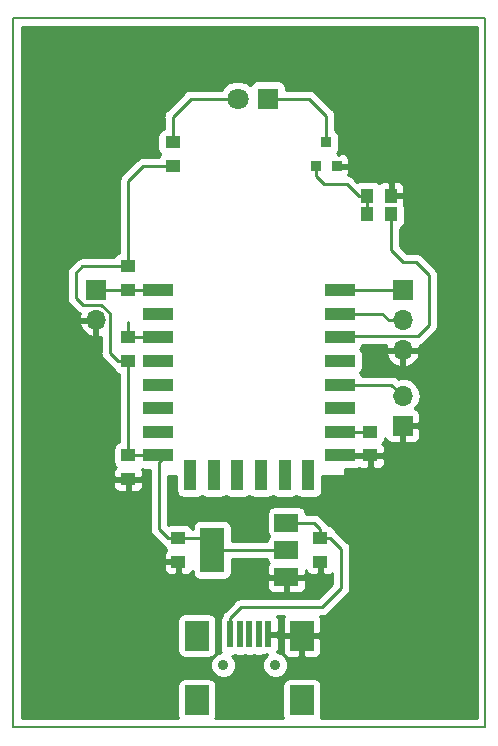
<source format=gbr>
G04 #@! TF.GenerationSoftware,KiCad,Pcbnew,(5.0.0)*
G04 #@! TF.CreationDate,2020-11-05T20:38:02+01:00*
G04 #@! TF.ProjectId,WiFiRemote,5769466952656D6F74652E6B69636164,rev?*
G04 #@! TF.SameCoordinates,Original*
G04 #@! TF.FileFunction,Copper,L1,Top,Signal*
G04 #@! TF.FilePolarity,Positive*
%FSLAX46Y46*%
G04 Gerber Fmt 4.6, Leading zero omitted, Abs format (unit mm)*
G04 Created by KiCad (PCBNEW (5.0.0)) date 11/05/20 20:38:02*
%MOMM*%
%LPD*%
G01*
G04 APERTURE LIST*
G04 #@! TA.AperFunction,NonConductor*
%ADD10C,0.200000*%
G04 #@! TD*
G04 #@! TA.AperFunction,SMDPad,CuDef*
%ADD11R,2.500000X1.100000*%
G04 #@! TD*
G04 #@! TA.AperFunction,SMDPad,CuDef*
%ADD12R,1.100000X2.500000*%
G04 #@! TD*
G04 #@! TA.AperFunction,SMDPad,CuDef*
%ADD13R,1.249680X1.000760*%
G04 #@! TD*
G04 #@! TA.AperFunction,SMDPad,CuDef*
%ADD14R,1.000760X1.249680*%
G04 #@! TD*
G04 #@! TA.AperFunction,SMDPad,CuDef*
%ADD15R,2.000000X3.800000*%
G04 #@! TD*
G04 #@! TA.AperFunction,SMDPad,CuDef*
%ADD16R,2.000000X1.500000*%
G04 #@! TD*
G04 #@! TA.AperFunction,ComponentPad*
%ADD17R,1.800000X1.800000*%
G04 #@! TD*
G04 #@! TA.AperFunction,ComponentPad*
%ADD18C,1.800000*%
G04 #@! TD*
G04 #@! TA.AperFunction,SMDPad,CuDef*
%ADD19R,1.998980X2.499360*%
G04 #@! TD*
G04 #@! TA.AperFunction,ComponentPad*
%ADD20C,0.909320*%
G04 #@! TD*
G04 #@! TA.AperFunction,SMDPad,CuDef*
%ADD21R,0.500380X2.301240*%
G04 #@! TD*
G04 #@! TA.AperFunction,ComponentPad*
%ADD22R,1.700000X1.700000*%
G04 #@! TD*
G04 #@! TA.AperFunction,ComponentPad*
%ADD23O,1.700000X1.700000*%
G04 #@! TD*
G04 #@! TA.AperFunction,SMDPad,CuDef*
%ADD24R,0.914400X0.914400*%
G04 #@! TD*
G04 #@! TA.AperFunction,Conductor*
%ADD25C,0.250000*%
G04 #@! TD*
G04 #@! TA.AperFunction,Conductor*
%ADD26C,0.254000*%
G04 #@! TD*
G04 APERTURE END LIST*
D10*
X65000000Y-30000000D02*
X25000000Y-30000000D01*
X65000000Y-90000000D02*
X65000000Y-30000000D01*
X25000000Y-90000000D02*
X65000000Y-90000000D01*
X25000000Y-30000000D02*
X25000000Y-90000000D01*
D11*
G04 #@! TO.P,U2,1*
G04 #@! TO.N,Net-(JP2-Pad1)*
X37300000Y-53000000D03*
G04 #@! TO.P,U2,2*
G04 #@! TO.N,Net-(U2-Pad2)*
X37300000Y-55000000D03*
G04 #@! TO.P,U2,3*
G04 #@! TO.N,Net-(R3-Pad2)*
X37300000Y-57000000D03*
G04 #@! TO.P,U2,4*
G04 #@! TO.N,Net-(U2-Pad4)*
X37300000Y-59000000D03*
G04 #@! TO.P,U2,5*
G04 #@! TO.N,Net-(U2-Pad5)*
X37300000Y-61000000D03*
G04 #@! TO.P,U2,6*
G04 #@! TO.N,Net-(U2-Pad6)*
X37300000Y-63000000D03*
G04 #@! TO.P,U2,7*
G04 #@! TO.N,Net-(U2-Pad7)*
X37300000Y-65000000D03*
G04 #@! TO.P,U2,8*
G04 #@! TO.N,+3V3*
X37300000Y-67000000D03*
G04 #@! TO.P,U2,9*
G04 #@! TO.N,GNDD*
X52700000Y-67000000D03*
G04 #@! TO.P,U2,10*
G04 #@! TO.N,Net-(R5-Pad1)*
X52700000Y-65000000D03*
G04 #@! TO.P,U2,11*
G04 #@! TO.N,Net-(U2-Pad11)*
X52700000Y-63000000D03*
G04 #@! TO.P,U2,12*
G04 #@! TO.N,Net-(JP1-Pad2)*
X52700000Y-61000000D03*
G04 #@! TO.P,U2,13*
G04 #@! TO.N,Net-(U2-Pad13)*
X52700000Y-59000000D03*
G04 #@! TO.P,U2,14*
G04 #@! TO.N,Net-(R4-Pad2)*
X52700000Y-57000000D03*
G04 #@! TO.P,U2,15*
G04 #@! TO.N,Net-(J1-Pad2)*
X52700000Y-55000000D03*
G04 #@! TO.P,U2,16*
G04 #@! TO.N,Net-(J1-Pad1)*
X52700000Y-53000000D03*
D12*
G04 #@! TO.P,U2,17*
G04 #@! TO.N,Net-(U2-Pad17)*
X39990000Y-68700000D03*
G04 #@! TO.P,U2,18*
G04 #@! TO.N,Net-(U2-Pad18)*
X41990000Y-68700000D03*
G04 #@! TO.P,U2,19*
G04 #@! TO.N,Net-(U2-Pad19)*
X43990000Y-68700000D03*
G04 #@! TO.P,U2,20*
G04 #@! TO.N,Net-(U2-Pad20)*
X45990000Y-68700000D03*
G04 #@! TO.P,U2,21*
G04 #@! TO.N,Net-(U2-Pad21)*
X47990000Y-68700000D03*
G04 #@! TO.P,U2,22*
G04 #@! TO.N,Net-(U2-Pad22)*
X49990000Y-68700000D03*
G04 #@! TD*
D13*
G04 #@! TO.P,C1,2*
G04 #@! TO.N,GNDD*
X51000000Y-76000760D03*
G04 #@! TO.P,C1,1*
G04 #@! TO.N,+5V*
X51000000Y-73999240D03*
G04 #@! TD*
G04 #@! TO.P,C2,1*
G04 #@! TO.N,+3V3*
X39000000Y-73999240D03*
G04 #@! TO.P,C2,2*
G04 #@! TO.N,GNDD*
X39000000Y-76000760D03*
G04 #@! TD*
G04 #@! TO.P,C3,2*
G04 #@! TO.N,GNDD*
X34750000Y-69000760D03*
G04 #@! TO.P,C3,1*
G04 #@! TO.N,+3V3*
X34750000Y-66999240D03*
G04 #@! TD*
G04 #@! TO.P,R1,1*
G04 #@! TO.N,+3V3*
X38500000Y-42500760D03*
G04 #@! TO.P,R1,2*
G04 #@! TO.N,Net-(D1-Pad2)*
X38500000Y-40499240D03*
G04 #@! TD*
G04 #@! TO.P,R2,1*
G04 #@! TO.N,+3V3*
X34750000Y-50999240D03*
G04 #@! TO.P,R2,2*
G04 #@! TO.N,Net-(JP2-Pad1)*
X34750000Y-53000760D03*
G04 #@! TD*
G04 #@! TO.P,R3,2*
G04 #@! TO.N,Net-(R3-Pad2)*
X34750000Y-56999240D03*
G04 #@! TO.P,R3,1*
G04 #@! TO.N,+3V3*
X34750000Y-59000760D03*
G04 #@! TD*
D14*
G04 #@! TO.P,R4,2*
G04 #@! TO.N,Net-(R4-Pad2)*
X57000760Y-46600000D03*
G04 #@! TO.P,R4,1*
G04 #@! TO.N,Net-(Q1-Pad1)*
X54999240Y-46600000D03*
G04 #@! TD*
D13*
G04 #@! TO.P,R5,1*
G04 #@! TO.N,Net-(R5-Pad1)*
X55250000Y-64999240D03*
G04 #@! TO.P,R5,2*
G04 #@! TO.N,GNDD*
X55250000Y-67000760D03*
G04 #@! TD*
D14*
G04 #@! TO.P,R6,1*
G04 #@! TO.N,Net-(Q1-Pad1)*
X54999240Y-45000000D03*
G04 #@! TO.P,R6,2*
G04 #@! TO.N,GNDD*
X57000760Y-45000000D03*
G04 #@! TD*
D15*
G04 #@! TO.P,U1,2*
G04 #@! TO.N,+3V3*
X41850000Y-75000000D03*
D16*
X48150000Y-75000000D03*
G04 #@! TO.P,U1,3*
G04 #@! TO.N,+5V*
X48150000Y-72700000D03*
G04 #@! TO.P,U1,1*
G04 #@! TO.N,GNDD*
X48150000Y-77300000D03*
G04 #@! TD*
D17*
G04 #@! TO.P,D1,1*
G04 #@! TO.N,Net-(D1-Pad1)*
X46558200Y-36804600D03*
D18*
G04 #@! TO.P,D1,2*
G04 #@! TO.N,Net-(D1-Pad2)*
X44018200Y-36804600D03*
G04 #@! TD*
D19*
G04 #@! TO.P,J2,*
G04 #@! TO.N,*
X40549920Y-87749560D03*
X40549920Y-82250460D03*
G04 #@! TO.P,J2,6*
G04 #@! TO.N,GNDD*
X49450080Y-82250460D03*
G04 #@! TO.P,J2,*
G04 #@! TO.N,*
X49450080Y-87749560D03*
D20*
X42800360Y-84749820D03*
X47199640Y-84749820D03*
D21*
G04 #@! TO.P,J2,5*
G04 #@! TO.N,GNDD*
X46600200Y-82148860D03*
G04 #@! TO.P,J2,4*
G04 #@! TO.N,Net-(J2-Pad4)*
X45800100Y-82148860D03*
G04 #@! TO.P,J2,3*
G04 #@! TO.N,Net-(J2-Pad3)*
X45000000Y-82148860D03*
G04 #@! TO.P,J2,2*
G04 #@! TO.N,Net-(J2-Pad2)*
X44199900Y-82148860D03*
G04 #@! TO.P,J2,1*
G04 #@! TO.N,+5V*
X43399800Y-82148860D03*
G04 #@! TD*
D22*
G04 #@! TO.P,JP2,1*
G04 #@! TO.N,Net-(JP2-Pad1)*
X32000000Y-53000000D03*
D23*
G04 #@! TO.P,JP2,2*
G04 #@! TO.N,GNDD*
X32000000Y-55540000D03*
G04 #@! TD*
D22*
G04 #@! TO.P,JP1,1*
G04 #@! TO.N,GNDD*
X58000000Y-64500000D03*
D23*
G04 #@! TO.P,JP1,2*
G04 #@! TO.N,Net-(JP1-Pad2)*
X58000000Y-61960000D03*
G04 #@! TD*
D22*
G04 #@! TO.P,J1,1*
G04 #@! TO.N,Net-(J1-Pad1)*
X58000000Y-53000000D03*
D23*
G04 #@! TO.P,J1,2*
G04 #@! TO.N,Net-(J1-Pad2)*
X58000000Y-55540000D03*
G04 #@! TO.P,J1,3*
G04 #@! TO.N,GNDD*
X58000000Y-58080000D03*
G04 #@! TD*
D24*
G04 #@! TO.P,Q1,3*
G04 #@! TO.N,Net-(D1-Pad1)*
X51500000Y-40499240D03*
G04 #@! TO.P,Q1,2*
G04 #@! TO.N,GNDD*
X52389000Y-42516000D03*
G04 #@! TO.P,Q1,1*
G04 #@! TO.N,Net-(Q1-Pad1)*
X50611000Y-42516000D03*
G04 #@! TD*
D25*
G04 #@! TO.N,+5V*
X51000000Y-73248860D02*
X51000000Y-73999240D01*
X50451140Y-72700000D02*
X51000000Y-73248860D01*
X48150000Y-72700000D02*
X50451140Y-72700000D01*
X51874840Y-73999240D02*
X52793900Y-74918300D01*
X51000000Y-73999240D02*
X51874840Y-73999240D01*
X52793900Y-74918300D02*
X52793900Y-78193900D01*
X52793900Y-78193900D02*
X51117500Y-79870300D01*
X43399800Y-80748240D02*
X43399800Y-82148860D01*
X44277740Y-79870300D02*
X43399800Y-80748240D01*
X51117500Y-79870300D02*
X44277740Y-79870300D01*
G04 #@! TO.N,+3V3*
X46900000Y-75000000D02*
X41850000Y-75000000D01*
X48150000Y-75000000D02*
X46900000Y-75000000D01*
X40849240Y-73999240D02*
X41850000Y-75000000D01*
X39000000Y-73999240D02*
X40849240Y-73999240D01*
X37325300Y-73199380D02*
X37325300Y-72491600D01*
X38125160Y-73999240D02*
X37325300Y-73199380D01*
X39000000Y-73999240D02*
X38125160Y-73999240D01*
X37325300Y-73088500D02*
X37325300Y-72491600D01*
X37325300Y-72491600D02*
X37325300Y-67640200D01*
X34750000Y-50999240D02*
X34750000Y-43774100D01*
X36023340Y-42500760D02*
X38500000Y-42500760D01*
X34750000Y-43774100D02*
X36023340Y-42500760D01*
X37999240Y-66999240D02*
X34750000Y-66999240D01*
X38000000Y-67000000D02*
X37999240Y-66999240D01*
X37965500Y-67000000D02*
X38000000Y-67000000D01*
X37325300Y-67640200D02*
X37965500Y-67000000D01*
X34750000Y-59751140D02*
X34750000Y-66999240D01*
X34750000Y-59000760D02*
X34750000Y-59751140D01*
G04 #@! TO.N,Net-(J1-Pad1)*
X52000000Y-53000000D02*
X58000000Y-53000000D01*
G04 #@! TO.N,Net-(J1-Pad2)*
X56257919Y-55000000D02*
X52000000Y-55000000D01*
X56797919Y-55540000D02*
X56257919Y-55000000D01*
X58000000Y-55540000D02*
X56797919Y-55540000D01*
G04 #@! TO.N,Net-(JP1-Pad2)*
X57040000Y-61000000D02*
X58000000Y-61960000D01*
X52000000Y-61000000D02*
X57040000Y-61000000D01*
G04 #@! TO.N,GNDD*
X52450000Y-42500000D02*
X55682600Y-42500000D01*
X57000760Y-43818160D02*
X57000760Y-45000000D01*
X55682600Y-42500000D02*
X57000760Y-43818160D01*
X52000760Y-67000760D02*
X55250000Y-67000760D01*
X52000000Y-67000000D02*
X52000760Y-67000760D01*
G04 #@! TO.N,+3V3*
X33175001Y-54975999D02*
X32440702Y-54241700D01*
X33175001Y-58300601D02*
X33175001Y-54975999D01*
X34750000Y-59000760D02*
X33875160Y-59000760D01*
X33875160Y-59000760D02*
X33175001Y-58300601D01*
X32440702Y-54241700D02*
X30899100Y-54241700D01*
X30899100Y-54241700D02*
X30314900Y-53657500D01*
X30314900Y-53657500D02*
X30314900Y-51562000D01*
X30877660Y-50999240D02*
X34750000Y-50999240D01*
X30314900Y-51562000D02*
X30877660Y-50999240D01*
G04 #@! TO.N,Net-(D1-Pad1)*
X46558200Y-36804600D02*
X50050700Y-36804600D01*
X51500000Y-38253900D02*
X51500000Y-40500000D01*
X50050700Y-36804600D02*
X51500000Y-38253900D01*
G04 #@! TO.N,Net-(D1-Pad2)*
X44018200Y-36804600D02*
X40043100Y-36804600D01*
X38500000Y-38347700D02*
X38500000Y-40499240D01*
X40043100Y-36804600D02*
X38500000Y-38347700D01*
G04 #@! TO.N,Net-(R3-Pad2)*
X37987160Y-57012840D02*
X34747200Y-57012840D01*
X38000000Y-57000000D02*
X37987160Y-57012840D01*
X34750000Y-56999240D02*
X34750000Y-55705000D01*
G04 #@! TO.N,Net-(R4-Pad2)*
X59274601Y-56904999D02*
X60210700Y-55968900D01*
X52000000Y-57000000D02*
X52095001Y-56904999D01*
X52095001Y-56904999D02*
X59274601Y-56904999D01*
X60210700Y-55968900D02*
X60210700Y-51727100D01*
X60210700Y-51727100D02*
X59118500Y-50634900D01*
X57000760Y-49583960D02*
X58051700Y-50634900D01*
X57000760Y-46600000D02*
X57000760Y-49583960D01*
X59118500Y-50634900D02*
X58051700Y-50634900D01*
G04 #@! TO.N,Net-(R5-Pad1)*
X52000760Y-64999240D02*
X55250000Y-64999240D01*
X52000000Y-65000000D02*
X52000760Y-64999240D01*
G04 #@! TO.N,Net-(JP2-Pad1)*
X34749240Y-53000000D02*
X34750000Y-53000760D01*
X32000000Y-53000000D02*
X34749240Y-53000000D01*
X37999240Y-53000760D02*
X34750000Y-53000760D01*
X38000000Y-53000000D02*
X37999240Y-53000760D01*
G04 #@! TO.N,Net-(Q1-Pad1)*
X54248860Y-45000000D02*
X53305160Y-44056300D01*
X54999240Y-45000000D02*
X54248860Y-45000000D01*
X53305160Y-44056300D02*
X51346100Y-44056300D01*
X50611000Y-43321200D02*
X50611000Y-42516000D01*
X51346100Y-44056300D02*
X50611000Y-43321200D01*
X54999240Y-45000000D02*
X54999240Y-46600000D01*
G04 #@! TD*
D26*
G04 #@! TO.N,GNDD*
G36*
X64265000Y-89265000D02*
X51035703Y-89265000D01*
X51047727Y-89247005D01*
X51097010Y-88999240D01*
X51097010Y-86499880D01*
X51047727Y-86252115D01*
X50907379Y-86042071D01*
X50697335Y-85901723D01*
X50449570Y-85852440D01*
X48450590Y-85852440D01*
X48202825Y-85901723D01*
X47992781Y-86042071D01*
X47852433Y-86252115D01*
X47803150Y-86499880D01*
X47803150Y-88999240D01*
X47852433Y-89247005D01*
X47864457Y-89265000D01*
X42135543Y-89265000D01*
X42147567Y-89247005D01*
X42196850Y-88999240D01*
X42196850Y-86499880D01*
X42147567Y-86252115D01*
X42007219Y-86042071D01*
X41797175Y-85901723D01*
X41549410Y-85852440D01*
X39550430Y-85852440D01*
X39302665Y-85901723D01*
X39092621Y-86042071D01*
X38952273Y-86252115D01*
X38902990Y-86499880D01*
X38902990Y-88999240D01*
X38952273Y-89247005D01*
X38964297Y-89265000D01*
X25735000Y-89265000D01*
X25735000Y-81000780D01*
X38902990Y-81000780D01*
X38902990Y-83500140D01*
X38952273Y-83747905D01*
X39092621Y-83957949D01*
X39302665Y-84098297D01*
X39550430Y-84147580D01*
X41549410Y-84147580D01*
X41797175Y-84098297D01*
X42007219Y-83957949D01*
X42147567Y-83747905D01*
X42196850Y-83500140D01*
X42196850Y-81000780D01*
X42147567Y-80753015D01*
X42007219Y-80542971D01*
X41797175Y-80402623D01*
X41549410Y-80353340D01*
X39550430Y-80353340D01*
X39302665Y-80402623D01*
X39092621Y-80542971D01*
X38952273Y-80753015D01*
X38902990Y-81000780D01*
X25735000Y-81000780D01*
X25735000Y-77585750D01*
X46515000Y-77585750D01*
X46515000Y-78176310D01*
X46611673Y-78409699D01*
X46790302Y-78588327D01*
X47023691Y-78685000D01*
X47864250Y-78685000D01*
X48023000Y-78526250D01*
X48023000Y-77427000D01*
X48277000Y-77427000D01*
X48277000Y-78526250D01*
X48435750Y-78685000D01*
X49276309Y-78685000D01*
X49509698Y-78588327D01*
X49688327Y-78409699D01*
X49785000Y-78176310D01*
X49785000Y-77585750D01*
X49626250Y-77427000D01*
X48277000Y-77427000D01*
X48023000Y-77427000D01*
X46673750Y-77427000D01*
X46515000Y-77585750D01*
X25735000Y-77585750D01*
X25735000Y-76286510D01*
X37740160Y-76286510D01*
X37740160Y-76627449D01*
X37836833Y-76860838D01*
X38015461Y-77039467D01*
X38248850Y-77136140D01*
X38714250Y-77136140D01*
X38873000Y-76977390D01*
X38873000Y-76127760D01*
X37898910Y-76127760D01*
X37740160Y-76286510D01*
X25735000Y-76286510D01*
X25735000Y-69286510D01*
X33490160Y-69286510D01*
X33490160Y-69627449D01*
X33586833Y-69860838D01*
X33765461Y-70039467D01*
X33998850Y-70136140D01*
X34464250Y-70136140D01*
X34623000Y-69977390D01*
X34623000Y-69127760D01*
X34877000Y-69127760D01*
X34877000Y-69977390D01*
X35035750Y-70136140D01*
X35501150Y-70136140D01*
X35734539Y-70039467D01*
X35913167Y-69860838D01*
X36009840Y-69627449D01*
X36009840Y-69286510D01*
X35851090Y-69127760D01*
X34877000Y-69127760D01*
X34623000Y-69127760D01*
X33648910Y-69127760D01*
X33490160Y-69286510D01*
X25735000Y-69286510D01*
X25735000Y-55896892D01*
X30558514Y-55896892D01*
X30804817Y-56421358D01*
X31233076Y-56811645D01*
X31643110Y-56981476D01*
X31873000Y-56860155D01*
X31873000Y-55667000D01*
X30679181Y-55667000D01*
X30558514Y-55896892D01*
X25735000Y-55896892D01*
X25735000Y-51562000D01*
X29540012Y-51562000D01*
X29554901Y-51636852D01*
X29554900Y-53582653D01*
X29540012Y-53657500D01*
X29554900Y-53732347D01*
X29554900Y-53732351D01*
X29598996Y-53954036D01*
X29766971Y-54205429D01*
X29830430Y-54247831D01*
X30308770Y-54726172D01*
X30351171Y-54789629D01*
X30602563Y-54957604D01*
X30659132Y-54968856D01*
X30558514Y-55183108D01*
X30679181Y-55413000D01*
X31873000Y-55413000D01*
X31873000Y-55393000D01*
X32127000Y-55393000D01*
X32127000Y-55413000D01*
X32147000Y-55413000D01*
X32147000Y-55667000D01*
X32127000Y-55667000D01*
X32127000Y-56860155D01*
X32356890Y-56981476D01*
X32415001Y-56957407D01*
X32415001Y-58225754D01*
X32400113Y-58300601D01*
X32415001Y-58375448D01*
X32415001Y-58375452D01*
X32459097Y-58597137D01*
X32627072Y-58848530D01*
X32690530Y-58890931D01*
X33284832Y-59485235D01*
X33327231Y-59548689D01*
X33390684Y-59591087D01*
X33390686Y-59591089D01*
X33511695Y-59671944D01*
X33527003Y-59748905D01*
X33667351Y-59958949D01*
X33877395Y-60099297D01*
X33990000Y-60121695D01*
X33990001Y-65878305D01*
X33877395Y-65900703D01*
X33667351Y-66041051D01*
X33527003Y-66251095D01*
X33477720Y-66498860D01*
X33477720Y-67499620D01*
X33527003Y-67747385D01*
X33667351Y-67957429D01*
X33728935Y-67998579D01*
X33586833Y-68140682D01*
X33490160Y-68374071D01*
X33490160Y-68715010D01*
X33648910Y-68873760D01*
X34623000Y-68873760D01*
X34623000Y-68853760D01*
X34877000Y-68853760D01*
X34877000Y-68873760D01*
X35851090Y-68873760D01*
X36009840Y-68715010D01*
X36009840Y-68374071D01*
X35926502Y-68172875D01*
X36050000Y-68197440D01*
X36565301Y-68197440D01*
X36565300Y-72416748D01*
X36565300Y-73124533D01*
X36550412Y-73199380D01*
X36565300Y-73274227D01*
X36565300Y-73274231D01*
X36609396Y-73495916D01*
X36777371Y-73747309D01*
X36840830Y-73789711D01*
X37534830Y-74483712D01*
X37577231Y-74547169D01*
X37761695Y-74670424D01*
X37777003Y-74747385D01*
X37917351Y-74957429D01*
X37978935Y-74998579D01*
X37836833Y-75140682D01*
X37740160Y-75374071D01*
X37740160Y-75715010D01*
X37898910Y-75873760D01*
X38873000Y-75873760D01*
X38873000Y-75853760D01*
X39127000Y-75853760D01*
X39127000Y-75873760D01*
X39147000Y-75873760D01*
X39147000Y-76127760D01*
X39127000Y-76127760D01*
X39127000Y-76977390D01*
X39285750Y-77136140D01*
X39751150Y-77136140D01*
X39984539Y-77039467D01*
X40163167Y-76860838D01*
X40202560Y-76765735D01*
X40202560Y-76900000D01*
X40251843Y-77147765D01*
X40392191Y-77357809D01*
X40602235Y-77498157D01*
X40850000Y-77547440D01*
X42850000Y-77547440D01*
X43097765Y-77498157D01*
X43307809Y-77357809D01*
X43448157Y-77147765D01*
X43497440Y-76900000D01*
X43497440Y-75760000D01*
X46504549Y-75760000D01*
X46551843Y-75997765D01*
X46652927Y-76149047D01*
X46611673Y-76190301D01*
X46515000Y-76423690D01*
X46515000Y-77014250D01*
X46673750Y-77173000D01*
X48023000Y-77173000D01*
X48023000Y-77153000D01*
X48277000Y-77153000D01*
X48277000Y-77173000D01*
X49626250Y-77173000D01*
X49785000Y-77014250D01*
X49785000Y-76735702D01*
X49836833Y-76860838D01*
X50015461Y-77039467D01*
X50248850Y-77136140D01*
X50714250Y-77136140D01*
X50873000Y-76977390D01*
X50873000Y-76127760D01*
X50853000Y-76127760D01*
X50853000Y-75873760D01*
X50873000Y-75873760D01*
X50873000Y-75853760D01*
X51127000Y-75853760D01*
X51127000Y-75873760D01*
X51147000Y-75873760D01*
X51147000Y-76127760D01*
X51127000Y-76127760D01*
X51127000Y-76977390D01*
X51285750Y-77136140D01*
X51751150Y-77136140D01*
X51984539Y-77039467D01*
X52033901Y-76990105D01*
X52033901Y-77879097D01*
X50802699Y-79110300D01*
X44352588Y-79110300D01*
X44277740Y-79095412D01*
X44202892Y-79110300D01*
X44202888Y-79110300D01*
X44029345Y-79144820D01*
X43981202Y-79154396D01*
X43794158Y-79279376D01*
X43729811Y-79322371D01*
X43687411Y-79385827D01*
X42915330Y-80157909D01*
X42851871Y-80200311D01*
X42683896Y-80451704D01*
X42655415Y-80594886D01*
X42551453Y-80750475D01*
X42502170Y-80998240D01*
X42502170Y-83299480D01*
X42551453Y-83547245D01*
X42626901Y-83660160D01*
X42583613Y-83660160D01*
X42183117Y-83826051D01*
X41876591Y-84132577D01*
X41710700Y-84533073D01*
X41710700Y-84966567D01*
X41876591Y-85367063D01*
X42183117Y-85673589D01*
X42583613Y-85839480D01*
X43017107Y-85839480D01*
X43417603Y-85673589D01*
X43724129Y-85367063D01*
X43890020Y-84966567D01*
X43890020Y-84533073D01*
X43724129Y-84132577D01*
X43538472Y-83946920D01*
X43649990Y-83946920D01*
X43799850Y-83917111D01*
X43949710Y-83946920D01*
X44450090Y-83946920D01*
X44599950Y-83917111D01*
X44749810Y-83946920D01*
X45250190Y-83946920D01*
X45400050Y-83917111D01*
X45549910Y-83946920D01*
X46050290Y-83946920D01*
X46187732Y-83919581D01*
X46223701Y-83934480D01*
X46316355Y-83934480D01*
X46464240Y-83786595D01*
X46473198Y-83780609D01*
X46473198Y-83934480D01*
X46473968Y-83934480D01*
X46275871Y-84132577D01*
X46109980Y-84533073D01*
X46109980Y-84966567D01*
X46275871Y-85367063D01*
X46582397Y-85673589D01*
X46982893Y-85839480D01*
X47416387Y-85839480D01*
X47816883Y-85673589D01*
X48123409Y-85367063D01*
X48289300Y-84966567D01*
X48289300Y-84533073D01*
X48123409Y-84132577D01*
X47816883Y-83826051D01*
X47416387Y-83660160D01*
X47387736Y-83660160D01*
X47388717Y-83659179D01*
X47485390Y-83425790D01*
X47485390Y-82536210D01*
X47815590Y-82536210D01*
X47815590Y-83626450D01*
X47912263Y-83859839D01*
X48090892Y-84038467D01*
X48324281Y-84135140D01*
X49164330Y-84135140D01*
X49323080Y-83976390D01*
X49323080Y-82377460D01*
X49577080Y-82377460D01*
X49577080Y-83976390D01*
X49735830Y-84135140D01*
X50575879Y-84135140D01*
X50809268Y-84038467D01*
X50987897Y-83859839D01*
X51084570Y-83626450D01*
X51084570Y-82536210D01*
X50925820Y-82377460D01*
X49577080Y-82377460D01*
X49323080Y-82377460D01*
X47974340Y-82377460D01*
X47815590Y-82536210D01*
X47485390Y-82536210D01*
X47485390Y-82434610D01*
X47326640Y-82275860D01*
X46725295Y-82275860D01*
X46725295Y-82295860D01*
X46697730Y-82295860D01*
X46697730Y-82001860D01*
X46725295Y-82001860D01*
X46725295Y-82021860D01*
X47326640Y-82021860D01*
X47485390Y-81863110D01*
X47485390Y-80871930D01*
X47388717Y-80638541D01*
X47380476Y-80630300D01*
X47923044Y-80630300D01*
X47912263Y-80641081D01*
X47815590Y-80874470D01*
X47815590Y-81964710D01*
X47974340Y-82123460D01*
X49323080Y-82123460D01*
X49323080Y-82103460D01*
X49577080Y-82103460D01*
X49577080Y-82123460D01*
X50925820Y-82123460D01*
X51084570Y-81964710D01*
X51084570Y-80874470D01*
X50987897Y-80641081D01*
X50977116Y-80630300D01*
X51042653Y-80630300D01*
X51117500Y-80645188D01*
X51192347Y-80630300D01*
X51192352Y-80630300D01*
X51414037Y-80586204D01*
X51665429Y-80418229D01*
X51707831Y-80354770D01*
X53278373Y-78784229D01*
X53341829Y-78741829D01*
X53509804Y-78490437D01*
X53553900Y-78268752D01*
X53553900Y-78268748D01*
X53568788Y-78193900D01*
X53553900Y-78119052D01*
X53553900Y-74993146D01*
X53568788Y-74918299D01*
X53553900Y-74843452D01*
X53553900Y-74843448D01*
X53509804Y-74621763D01*
X53341829Y-74370371D01*
X53278373Y-74327971D01*
X52465171Y-73514770D01*
X52422769Y-73451311D01*
X52238305Y-73328056D01*
X52222997Y-73251095D01*
X52082649Y-73041051D01*
X51872605Y-72900703D01*
X51652107Y-72856844D01*
X51547929Y-72700931D01*
X51484473Y-72658531D01*
X51041471Y-72215530D01*
X50999069Y-72152071D01*
X50747677Y-71984096D01*
X50525992Y-71940000D01*
X50525987Y-71940000D01*
X50451140Y-71925112D01*
X50376293Y-71940000D01*
X49795451Y-71940000D01*
X49748157Y-71702235D01*
X49607809Y-71492191D01*
X49397765Y-71351843D01*
X49150000Y-71302560D01*
X47150000Y-71302560D01*
X46902235Y-71351843D01*
X46692191Y-71492191D01*
X46551843Y-71702235D01*
X46502560Y-71950000D01*
X46502560Y-73450000D01*
X46551843Y-73697765D01*
X46653564Y-73850000D01*
X46551843Y-74002235D01*
X46504549Y-74240000D01*
X43497440Y-74240000D01*
X43497440Y-73100000D01*
X43448157Y-72852235D01*
X43307809Y-72642191D01*
X43097765Y-72501843D01*
X42850000Y-72452560D01*
X40850000Y-72452560D01*
X40602235Y-72501843D01*
X40392191Y-72642191D01*
X40251843Y-72852235D01*
X40202560Y-73100000D01*
X40202560Y-73220509D01*
X40082649Y-73041051D01*
X39872605Y-72900703D01*
X39624840Y-72851420D01*
X38375160Y-72851420D01*
X38127395Y-72900703D01*
X38111827Y-72911105D01*
X38085300Y-72884579D01*
X38085300Y-68709568D01*
X38792560Y-68711254D01*
X38792560Y-69950000D01*
X38841843Y-70197765D01*
X38982191Y-70407809D01*
X39192235Y-70548157D01*
X39440000Y-70597440D01*
X40540000Y-70597440D01*
X40787765Y-70548157D01*
X40990000Y-70413027D01*
X41192235Y-70548157D01*
X41440000Y-70597440D01*
X42540000Y-70597440D01*
X42787765Y-70548157D01*
X42990000Y-70413027D01*
X43192235Y-70548157D01*
X43440000Y-70597440D01*
X44540000Y-70597440D01*
X44787765Y-70548157D01*
X44990000Y-70413027D01*
X45192235Y-70548157D01*
X45440000Y-70597440D01*
X46540000Y-70597440D01*
X46787765Y-70548157D01*
X46990000Y-70413027D01*
X47192235Y-70548157D01*
X47440000Y-70597440D01*
X48540000Y-70597440D01*
X48787765Y-70548157D01*
X48990000Y-70413027D01*
X49192235Y-70548157D01*
X49440000Y-70597440D01*
X50540000Y-70597440D01*
X50787765Y-70548157D01*
X50997809Y-70407809D01*
X51138157Y-70197765D01*
X51187440Y-69950000D01*
X51187440Y-68740789D01*
X52996797Y-68745100D01*
X53045701Y-68735433D01*
X53086903Y-68707903D01*
X53114433Y-68666701D01*
X53124100Y-68618100D01*
X53124100Y-68185000D01*
X54076309Y-68185000D01*
X54309698Y-68088327D01*
X54331291Y-68066735D01*
X54498850Y-68136140D01*
X54964250Y-68136140D01*
X55123000Y-67977390D01*
X55123000Y-67127760D01*
X55377000Y-67127760D01*
X55377000Y-67977390D01*
X55535750Y-68136140D01*
X56001150Y-68136140D01*
X56234539Y-68039467D01*
X56413167Y-67860838D01*
X56509840Y-67627449D01*
X56509840Y-67286510D01*
X56351090Y-67127760D01*
X55377000Y-67127760D01*
X55123000Y-67127760D01*
X54427010Y-67127760D01*
X54426250Y-67127000D01*
X53124100Y-67127000D01*
X53124100Y-66873000D01*
X54148150Y-66873000D01*
X54148910Y-66873760D01*
X55123000Y-66873760D01*
X55123000Y-66853760D01*
X55377000Y-66853760D01*
X55377000Y-66873760D01*
X56351090Y-66873760D01*
X56509840Y-66715010D01*
X56509840Y-66374071D01*
X56413167Y-66140682D01*
X56271065Y-65998579D01*
X56332649Y-65957429D01*
X56472997Y-65747385D01*
X56522280Y-65499620D01*
X56522280Y-65493884D01*
X56611673Y-65709698D01*
X56790301Y-65888327D01*
X57023690Y-65985000D01*
X57714250Y-65985000D01*
X57873000Y-65826250D01*
X57873000Y-64627000D01*
X58127000Y-64627000D01*
X58127000Y-65826250D01*
X58285750Y-65985000D01*
X58976310Y-65985000D01*
X59209699Y-65888327D01*
X59388327Y-65709698D01*
X59485000Y-65476309D01*
X59485000Y-64785750D01*
X59326250Y-64627000D01*
X58127000Y-64627000D01*
X57873000Y-64627000D01*
X57853000Y-64627000D01*
X57853000Y-64373000D01*
X57873000Y-64373000D01*
X57873000Y-64353000D01*
X58127000Y-64353000D01*
X58127000Y-64373000D01*
X59326250Y-64373000D01*
X59485000Y-64214250D01*
X59485000Y-63523691D01*
X59388327Y-63290302D01*
X59209699Y-63111673D01*
X59048968Y-63045096D01*
X59070625Y-63030625D01*
X59398839Y-62539418D01*
X59514092Y-61960000D01*
X59398839Y-61380582D01*
X59070625Y-60889375D01*
X58579418Y-60561161D01*
X58146256Y-60475000D01*
X57853744Y-60475000D01*
X57633592Y-60518791D01*
X57630331Y-60515530D01*
X57587929Y-60452071D01*
X57336537Y-60284096D01*
X57114852Y-60240000D01*
X57114847Y-60240000D01*
X57040000Y-60225112D01*
X56965153Y-60240000D01*
X54555669Y-60240000D01*
X54548157Y-60202235D01*
X54413027Y-60000000D01*
X54548157Y-59797765D01*
X54597440Y-59550000D01*
X54597440Y-58450000D01*
X54594833Y-58436890D01*
X56558524Y-58436890D01*
X56728355Y-58846924D01*
X57118642Y-59275183D01*
X57643108Y-59521486D01*
X57873000Y-59400819D01*
X57873000Y-58207000D01*
X58127000Y-58207000D01*
X58127000Y-59400819D01*
X58356892Y-59521486D01*
X58881358Y-59275183D01*
X59271645Y-58846924D01*
X59441476Y-58436890D01*
X59320155Y-58207000D01*
X58127000Y-58207000D01*
X57873000Y-58207000D01*
X56679845Y-58207000D01*
X56558524Y-58436890D01*
X54594833Y-58436890D01*
X54548157Y-58202235D01*
X54413027Y-58000000D01*
X54548157Y-57797765D01*
X54574566Y-57664999D01*
X56582593Y-57664999D01*
X56558524Y-57723110D01*
X56679845Y-57953000D01*
X57873000Y-57953000D01*
X57873000Y-57933000D01*
X58127000Y-57933000D01*
X58127000Y-57953000D01*
X59320155Y-57953000D01*
X59441476Y-57723110D01*
X59412235Y-57652511D01*
X59571138Y-57620903D01*
X59822530Y-57452928D01*
X59864932Y-57389469D01*
X60695173Y-56559229D01*
X60758629Y-56516829D01*
X60926604Y-56265437D01*
X60970700Y-56043752D01*
X60970700Y-56043747D01*
X60985588Y-55968900D01*
X60970700Y-55894053D01*
X60970700Y-51801946D01*
X60985588Y-51727099D01*
X60970700Y-51652252D01*
X60970700Y-51652248D01*
X60926604Y-51430563D01*
X60758629Y-51179171D01*
X60695173Y-51136771D01*
X59708831Y-50150430D01*
X59666429Y-50086971D01*
X59415037Y-49918996D01*
X59193352Y-49874900D01*
X59193347Y-49874900D01*
X59118500Y-49860012D01*
X59043653Y-49874900D01*
X58366502Y-49874900D01*
X57760760Y-49269159D01*
X57760760Y-47815076D01*
X57958949Y-47682649D01*
X58099297Y-47472605D01*
X58148580Y-47224840D01*
X58148580Y-45975160D01*
X58114442Y-45803534D01*
X58136140Y-45751150D01*
X58136140Y-45285750D01*
X57977390Y-45127000D01*
X57127760Y-45127000D01*
X57127760Y-45147000D01*
X56873760Y-45147000D01*
X56873760Y-45127000D01*
X56853760Y-45127000D01*
X56853760Y-44873000D01*
X56873760Y-44873000D01*
X56873760Y-43898910D01*
X57127760Y-43898910D01*
X57127760Y-44873000D01*
X57977390Y-44873000D01*
X58136140Y-44714250D01*
X58136140Y-44248850D01*
X58039467Y-44015461D01*
X57860838Y-43836833D01*
X57627449Y-43740160D01*
X57286510Y-43740160D01*
X57127760Y-43898910D01*
X56873760Y-43898910D01*
X56715010Y-43740160D01*
X56374071Y-43740160D01*
X56140682Y-43836833D01*
X55998579Y-43978935D01*
X55957429Y-43917351D01*
X55747385Y-43777003D01*
X55499620Y-43727720D01*
X54498860Y-43727720D01*
X54251095Y-43777003D01*
X54160919Y-43837257D01*
X53895491Y-43571829D01*
X53853089Y-43508371D01*
X53601697Y-43340396D01*
X53398189Y-43299916D01*
X53481200Y-43099510D01*
X53481200Y-42801750D01*
X53322450Y-42643000D01*
X52516000Y-42643000D01*
X52516000Y-42663000D01*
X52262000Y-42663000D01*
X52262000Y-42643000D01*
X52242000Y-42643000D01*
X52242000Y-42389000D01*
X52262000Y-42389000D01*
X52262000Y-42369000D01*
X52516000Y-42369000D01*
X52516000Y-42389000D01*
X53322450Y-42389000D01*
X53481200Y-42230250D01*
X53481200Y-41932490D01*
X53384527Y-41699101D01*
X53205898Y-41520473D01*
X52972509Y-41423800D01*
X52674750Y-41423800D01*
X52516002Y-41582548D01*
X52516002Y-41423800D01*
X52400715Y-41423800D01*
X52415009Y-41414249D01*
X52555357Y-41204205D01*
X52604640Y-40956440D01*
X52604640Y-40042040D01*
X52555357Y-39794275D01*
X52415009Y-39584231D01*
X52260000Y-39480656D01*
X52260000Y-38328748D01*
X52274888Y-38253900D01*
X52260000Y-38179052D01*
X52260000Y-38179048D01*
X52215904Y-37957363D01*
X52215904Y-37957362D01*
X52090329Y-37769427D01*
X52047929Y-37705971D01*
X51984473Y-37663571D01*
X50641031Y-36320130D01*
X50598629Y-36256671D01*
X50347237Y-36088696D01*
X50125552Y-36044600D01*
X50125547Y-36044600D01*
X50050700Y-36029712D01*
X49975853Y-36044600D01*
X48105640Y-36044600D01*
X48105640Y-35904600D01*
X48056357Y-35656835D01*
X47916009Y-35446791D01*
X47705965Y-35306443D01*
X47458200Y-35257160D01*
X45658200Y-35257160D01*
X45410435Y-35306443D01*
X45200391Y-35446791D01*
X45060043Y-35656835D01*
X45056925Y-35672508D01*
X44887707Y-35503290D01*
X44323530Y-35269600D01*
X43712870Y-35269600D01*
X43148693Y-35503290D01*
X42716890Y-35935093D01*
X42671531Y-36044600D01*
X40117947Y-36044600D01*
X40043100Y-36029712D01*
X39968253Y-36044600D01*
X39968248Y-36044600D01*
X39746563Y-36088696D01*
X39495171Y-36256671D01*
X39452771Y-36320127D01*
X38015530Y-37757369D01*
X37952071Y-37799771D01*
X37784096Y-38051164D01*
X37740000Y-38272849D01*
X37740000Y-38272853D01*
X37725112Y-38347700D01*
X37740000Y-38422547D01*
X37740000Y-39378305D01*
X37627395Y-39400703D01*
X37417351Y-39541051D01*
X37277003Y-39751095D01*
X37227720Y-39998860D01*
X37227720Y-40999620D01*
X37277003Y-41247385D01*
X37417351Y-41457429D01*
X37481063Y-41500000D01*
X37417351Y-41542571D01*
X37284924Y-41740760D01*
X36098188Y-41740760D01*
X36023340Y-41725872D01*
X35948492Y-41740760D01*
X35948488Y-41740760D01*
X35774945Y-41775280D01*
X35726802Y-41784856D01*
X35687623Y-41811035D01*
X35475411Y-41952831D01*
X35433011Y-42016287D01*
X34265528Y-43183771D01*
X34202072Y-43226171D01*
X34159672Y-43289627D01*
X34159671Y-43289628D01*
X34034097Y-43477563D01*
X33975112Y-43774100D01*
X33990001Y-43848952D01*
X33990000Y-49878305D01*
X33877395Y-49900703D01*
X33667351Y-50041051D01*
X33534924Y-50239240D01*
X30952508Y-50239240D01*
X30877660Y-50224352D01*
X30802812Y-50239240D01*
X30802808Y-50239240D01*
X30629265Y-50273760D01*
X30581122Y-50283336D01*
X30498769Y-50338363D01*
X30329731Y-50451311D01*
X30287331Y-50514767D01*
X29830428Y-50971671D01*
X29766972Y-51014071D01*
X29724572Y-51077527D01*
X29724571Y-51077528D01*
X29598997Y-51265463D01*
X29540012Y-51562000D01*
X25735000Y-51562000D01*
X25735000Y-30735000D01*
X64265001Y-30735000D01*
X64265000Y-89265000D01*
X64265000Y-89265000D01*
G37*
X64265000Y-89265000D02*
X51035703Y-89265000D01*
X51047727Y-89247005D01*
X51097010Y-88999240D01*
X51097010Y-86499880D01*
X51047727Y-86252115D01*
X50907379Y-86042071D01*
X50697335Y-85901723D01*
X50449570Y-85852440D01*
X48450590Y-85852440D01*
X48202825Y-85901723D01*
X47992781Y-86042071D01*
X47852433Y-86252115D01*
X47803150Y-86499880D01*
X47803150Y-88999240D01*
X47852433Y-89247005D01*
X47864457Y-89265000D01*
X42135543Y-89265000D01*
X42147567Y-89247005D01*
X42196850Y-88999240D01*
X42196850Y-86499880D01*
X42147567Y-86252115D01*
X42007219Y-86042071D01*
X41797175Y-85901723D01*
X41549410Y-85852440D01*
X39550430Y-85852440D01*
X39302665Y-85901723D01*
X39092621Y-86042071D01*
X38952273Y-86252115D01*
X38902990Y-86499880D01*
X38902990Y-88999240D01*
X38952273Y-89247005D01*
X38964297Y-89265000D01*
X25735000Y-89265000D01*
X25735000Y-81000780D01*
X38902990Y-81000780D01*
X38902990Y-83500140D01*
X38952273Y-83747905D01*
X39092621Y-83957949D01*
X39302665Y-84098297D01*
X39550430Y-84147580D01*
X41549410Y-84147580D01*
X41797175Y-84098297D01*
X42007219Y-83957949D01*
X42147567Y-83747905D01*
X42196850Y-83500140D01*
X42196850Y-81000780D01*
X42147567Y-80753015D01*
X42007219Y-80542971D01*
X41797175Y-80402623D01*
X41549410Y-80353340D01*
X39550430Y-80353340D01*
X39302665Y-80402623D01*
X39092621Y-80542971D01*
X38952273Y-80753015D01*
X38902990Y-81000780D01*
X25735000Y-81000780D01*
X25735000Y-77585750D01*
X46515000Y-77585750D01*
X46515000Y-78176310D01*
X46611673Y-78409699D01*
X46790302Y-78588327D01*
X47023691Y-78685000D01*
X47864250Y-78685000D01*
X48023000Y-78526250D01*
X48023000Y-77427000D01*
X48277000Y-77427000D01*
X48277000Y-78526250D01*
X48435750Y-78685000D01*
X49276309Y-78685000D01*
X49509698Y-78588327D01*
X49688327Y-78409699D01*
X49785000Y-78176310D01*
X49785000Y-77585750D01*
X49626250Y-77427000D01*
X48277000Y-77427000D01*
X48023000Y-77427000D01*
X46673750Y-77427000D01*
X46515000Y-77585750D01*
X25735000Y-77585750D01*
X25735000Y-76286510D01*
X37740160Y-76286510D01*
X37740160Y-76627449D01*
X37836833Y-76860838D01*
X38015461Y-77039467D01*
X38248850Y-77136140D01*
X38714250Y-77136140D01*
X38873000Y-76977390D01*
X38873000Y-76127760D01*
X37898910Y-76127760D01*
X37740160Y-76286510D01*
X25735000Y-76286510D01*
X25735000Y-69286510D01*
X33490160Y-69286510D01*
X33490160Y-69627449D01*
X33586833Y-69860838D01*
X33765461Y-70039467D01*
X33998850Y-70136140D01*
X34464250Y-70136140D01*
X34623000Y-69977390D01*
X34623000Y-69127760D01*
X34877000Y-69127760D01*
X34877000Y-69977390D01*
X35035750Y-70136140D01*
X35501150Y-70136140D01*
X35734539Y-70039467D01*
X35913167Y-69860838D01*
X36009840Y-69627449D01*
X36009840Y-69286510D01*
X35851090Y-69127760D01*
X34877000Y-69127760D01*
X34623000Y-69127760D01*
X33648910Y-69127760D01*
X33490160Y-69286510D01*
X25735000Y-69286510D01*
X25735000Y-55896892D01*
X30558514Y-55896892D01*
X30804817Y-56421358D01*
X31233076Y-56811645D01*
X31643110Y-56981476D01*
X31873000Y-56860155D01*
X31873000Y-55667000D01*
X30679181Y-55667000D01*
X30558514Y-55896892D01*
X25735000Y-55896892D01*
X25735000Y-51562000D01*
X29540012Y-51562000D01*
X29554901Y-51636852D01*
X29554900Y-53582653D01*
X29540012Y-53657500D01*
X29554900Y-53732347D01*
X29554900Y-53732351D01*
X29598996Y-53954036D01*
X29766971Y-54205429D01*
X29830430Y-54247831D01*
X30308770Y-54726172D01*
X30351171Y-54789629D01*
X30602563Y-54957604D01*
X30659132Y-54968856D01*
X30558514Y-55183108D01*
X30679181Y-55413000D01*
X31873000Y-55413000D01*
X31873000Y-55393000D01*
X32127000Y-55393000D01*
X32127000Y-55413000D01*
X32147000Y-55413000D01*
X32147000Y-55667000D01*
X32127000Y-55667000D01*
X32127000Y-56860155D01*
X32356890Y-56981476D01*
X32415001Y-56957407D01*
X32415001Y-58225754D01*
X32400113Y-58300601D01*
X32415001Y-58375448D01*
X32415001Y-58375452D01*
X32459097Y-58597137D01*
X32627072Y-58848530D01*
X32690530Y-58890931D01*
X33284832Y-59485235D01*
X33327231Y-59548689D01*
X33390684Y-59591087D01*
X33390686Y-59591089D01*
X33511695Y-59671944D01*
X33527003Y-59748905D01*
X33667351Y-59958949D01*
X33877395Y-60099297D01*
X33990000Y-60121695D01*
X33990001Y-65878305D01*
X33877395Y-65900703D01*
X33667351Y-66041051D01*
X33527003Y-66251095D01*
X33477720Y-66498860D01*
X33477720Y-67499620D01*
X33527003Y-67747385D01*
X33667351Y-67957429D01*
X33728935Y-67998579D01*
X33586833Y-68140682D01*
X33490160Y-68374071D01*
X33490160Y-68715010D01*
X33648910Y-68873760D01*
X34623000Y-68873760D01*
X34623000Y-68853760D01*
X34877000Y-68853760D01*
X34877000Y-68873760D01*
X35851090Y-68873760D01*
X36009840Y-68715010D01*
X36009840Y-68374071D01*
X35926502Y-68172875D01*
X36050000Y-68197440D01*
X36565301Y-68197440D01*
X36565300Y-72416748D01*
X36565300Y-73124533D01*
X36550412Y-73199380D01*
X36565300Y-73274227D01*
X36565300Y-73274231D01*
X36609396Y-73495916D01*
X36777371Y-73747309D01*
X36840830Y-73789711D01*
X37534830Y-74483712D01*
X37577231Y-74547169D01*
X37761695Y-74670424D01*
X37777003Y-74747385D01*
X37917351Y-74957429D01*
X37978935Y-74998579D01*
X37836833Y-75140682D01*
X37740160Y-75374071D01*
X37740160Y-75715010D01*
X37898910Y-75873760D01*
X38873000Y-75873760D01*
X38873000Y-75853760D01*
X39127000Y-75853760D01*
X39127000Y-75873760D01*
X39147000Y-75873760D01*
X39147000Y-76127760D01*
X39127000Y-76127760D01*
X39127000Y-76977390D01*
X39285750Y-77136140D01*
X39751150Y-77136140D01*
X39984539Y-77039467D01*
X40163167Y-76860838D01*
X40202560Y-76765735D01*
X40202560Y-76900000D01*
X40251843Y-77147765D01*
X40392191Y-77357809D01*
X40602235Y-77498157D01*
X40850000Y-77547440D01*
X42850000Y-77547440D01*
X43097765Y-77498157D01*
X43307809Y-77357809D01*
X43448157Y-77147765D01*
X43497440Y-76900000D01*
X43497440Y-75760000D01*
X46504549Y-75760000D01*
X46551843Y-75997765D01*
X46652927Y-76149047D01*
X46611673Y-76190301D01*
X46515000Y-76423690D01*
X46515000Y-77014250D01*
X46673750Y-77173000D01*
X48023000Y-77173000D01*
X48023000Y-77153000D01*
X48277000Y-77153000D01*
X48277000Y-77173000D01*
X49626250Y-77173000D01*
X49785000Y-77014250D01*
X49785000Y-76735702D01*
X49836833Y-76860838D01*
X50015461Y-77039467D01*
X50248850Y-77136140D01*
X50714250Y-77136140D01*
X50873000Y-76977390D01*
X50873000Y-76127760D01*
X50853000Y-76127760D01*
X50853000Y-75873760D01*
X50873000Y-75873760D01*
X50873000Y-75853760D01*
X51127000Y-75853760D01*
X51127000Y-75873760D01*
X51147000Y-75873760D01*
X51147000Y-76127760D01*
X51127000Y-76127760D01*
X51127000Y-76977390D01*
X51285750Y-77136140D01*
X51751150Y-77136140D01*
X51984539Y-77039467D01*
X52033901Y-76990105D01*
X52033901Y-77879097D01*
X50802699Y-79110300D01*
X44352588Y-79110300D01*
X44277740Y-79095412D01*
X44202892Y-79110300D01*
X44202888Y-79110300D01*
X44029345Y-79144820D01*
X43981202Y-79154396D01*
X43794158Y-79279376D01*
X43729811Y-79322371D01*
X43687411Y-79385827D01*
X42915330Y-80157909D01*
X42851871Y-80200311D01*
X42683896Y-80451704D01*
X42655415Y-80594886D01*
X42551453Y-80750475D01*
X42502170Y-80998240D01*
X42502170Y-83299480D01*
X42551453Y-83547245D01*
X42626901Y-83660160D01*
X42583613Y-83660160D01*
X42183117Y-83826051D01*
X41876591Y-84132577D01*
X41710700Y-84533073D01*
X41710700Y-84966567D01*
X41876591Y-85367063D01*
X42183117Y-85673589D01*
X42583613Y-85839480D01*
X43017107Y-85839480D01*
X43417603Y-85673589D01*
X43724129Y-85367063D01*
X43890020Y-84966567D01*
X43890020Y-84533073D01*
X43724129Y-84132577D01*
X43538472Y-83946920D01*
X43649990Y-83946920D01*
X43799850Y-83917111D01*
X43949710Y-83946920D01*
X44450090Y-83946920D01*
X44599950Y-83917111D01*
X44749810Y-83946920D01*
X45250190Y-83946920D01*
X45400050Y-83917111D01*
X45549910Y-83946920D01*
X46050290Y-83946920D01*
X46187732Y-83919581D01*
X46223701Y-83934480D01*
X46316355Y-83934480D01*
X46464240Y-83786595D01*
X46473198Y-83780609D01*
X46473198Y-83934480D01*
X46473968Y-83934480D01*
X46275871Y-84132577D01*
X46109980Y-84533073D01*
X46109980Y-84966567D01*
X46275871Y-85367063D01*
X46582397Y-85673589D01*
X46982893Y-85839480D01*
X47416387Y-85839480D01*
X47816883Y-85673589D01*
X48123409Y-85367063D01*
X48289300Y-84966567D01*
X48289300Y-84533073D01*
X48123409Y-84132577D01*
X47816883Y-83826051D01*
X47416387Y-83660160D01*
X47387736Y-83660160D01*
X47388717Y-83659179D01*
X47485390Y-83425790D01*
X47485390Y-82536210D01*
X47815590Y-82536210D01*
X47815590Y-83626450D01*
X47912263Y-83859839D01*
X48090892Y-84038467D01*
X48324281Y-84135140D01*
X49164330Y-84135140D01*
X49323080Y-83976390D01*
X49323080Y-82377460D01*
X49577080Y-82377460D01*
X49577080Y-83976390D01*
X49735830Y-84135140D01*
X50575879Y-84135140D01*
X50809268Y-84038467D01*
X50987897Y-83859839D01*
X51084570Y-83626450D01*
X51084570Y-82536210D01*
X50925820Y-82377460D01*
X49577080Y-82377460D01*
X49323080Y-82377460D01*
X47974340Y-82377460D01*
X47815590Y-82536210D01*
X47485390Y-82536210D01*
X47485390Y-82434610D01*
X47326640Y-82275860D01*
X46725295Y-82275860D01*
X46725295Y-82295860D01*
X46697730Y-82295860D01*
X46697730Y-82001860D01*
X46725295Y-82001860D01*
X46725295Y-82021860D01*
X47326640Y-82021860D01*
X47485390Y-81863110D01*
X47485390Y-80871930D01*
X47388717Y-80638541D01*
X47380476Y-80630300D01*
X47923044Y-80630300D01*
X47912263Y-80641081D01*
X47815590Y-80874470D01*
X47815590Y-81964710D01*
X47974340Y-82123460D01*
X49323080Y-82123460D01*
X49323080Y-82103460D01*
X49577080Y-82103460D01*
X49577080Y-82123460D01*
X50925820Y-82123460D01*
X51084570Y-81964710D01*
X51084570Y-80874470D01*
X50987897Y-80641081D01*
X50977116Y-80630300D01*
X51042653Y-80630300D01*
X51117500Y-80645188D01*
X51192347Y-80630300D01*
X51192352Y-80630300D01*
X51414037Y-80586204D01*
X51665429Y-80418229D01*
X51707831Y-80354770D01*
X53278373Y-78784229D01*
X53341829Y-78741829D01*
X53509804Y-78490437D01*
X53553900Y-78268752D01*
X53553900Y-78268748D01*
X53568788Y-78193900D01*
X53553900Y-78119052D01*
X53553900Y-74993146D01*
X53568788Y-74918299D01*
X53553900Y-74843452D01*
X53553900Y-74843448D01*
X53509804Y-74621763D01*
X53341829Y-74370371D01*
X53278373Y-74327971D01*
X52465171Y-73514770D01*
X52422769Y-73451311D01*
X52238305Y-73328056D01*
X52222997Y-73251095D01*
X52082649Y-73041051D01*
X51872605Y-72900703D01*
X51652107Y-72856844D01*
X51547929Y-72700931D01*
X51484473Y-72658531D01*
X51041471Y-72215530D01*
X50999069Y-72152071D01*
X50747677Y-71984096D01*
X50525992Y-71940000D01*
X50525987Y-71940000D01*
X50451140Y-71925112D01*
X50376293Y-71940000D01*
X49795451Y-71940000D01*
X49748157Y-71702235D01*
X49607809Y-71492191D01*
X49397765Y-71351843D01*
X49150000Y-71302560D01*
X47150000Y-71302560D01*
X46902235Y-71351843D01*
X46692191Y-71492191D01*
X46551843Y-71702235D01*
X46502560Y-71950000D01*
X46502560Y-73450000D01*
X46551843Y-73697765D01*
X46653564Y-73850000D01*
X46551843Y-74002235D01*
X46504549Y-74240000D01*
X43497440Y-74240000D01*
X43497440Y-73100000D01*
X43448157Y-72852235D01*
X43307809Y-72642191D01*
X43097765Y-72501843D01*
X42850000Y-72452560D01*
X40850000Y-72452560D01*
X40602235Y-72501843D01*
X40392191Y-72642191D01*
X40251843Y-72852235D01*
X40202560Y-73100000D01*
X40202560Y-73220509D01*
X40082649Y-73041051D01*
X39872605Y-72900703D01*
X39624840Y-72851420D01*
X38375160Y-72851420D01*
X38127395Y-72900703D01*
X38111827Y-72911105D01*
X38085300Y-72884579D01*
X38085300Y-68709568D01*
X38792560Y-68711254D01*
X38792560Y-69950000D01*
X38841843Y-70197765D01*
X38982191Y-70407809D01*
X39192235Y-70548157D01*
X39440000Y-70597440D01*
X40540000Y-70597440D01*
X40787765Y-70548157D01*
X40990000Y-70413027D01*
X41192235Y-70548157D01*
X41440000Y-70597440D01*
X42540000Y-70597440D01*
X42787765Y-70548157D01*
X42990000Y-70413027D01*
X43192235Y-70548157D01*
X43440000Y-70597440D01*
X44540000Y-70597440D01*
X44787765Y-70548157D01*
X44990000Y-70413027D01*
X45192235Y-70548157D01*
X45440000Y-70597440D01*
X46540000Y-70597440D01*
X46787765Y-70548157D01*
X46990000Y-70413027D01*
X47192235Y-70548157D01*
X47440000Y-70597440D01*
X48540000Y-70597440D01*
X48787765Y-70548157D01*
X48990000Y-70413027D01*
X49192235Y-70548157D01*
X49440000Y-70597440D01*
X50540000Y-70597440D01*
X50787765Y-70548157D01*
X50997809Y-70407809D01*
X51138157Y-70197765D01*
X51187440Y-69950000D01*
X51187440Y-68740789D01*
X52996797Y-68745100D01*
X53045701Y-68735433D01*
X53086903Y-68707903D01*
X53114433Y-68666701D01*
X53124100Y-68618100D01*
X53124100Y-68185000D01*
X54076309Y-68185000D01*
X54309698Y-68088327D01*
X54331291Y-68066735D01*
X54498850Y-68136140D01*
X54964250Y-68136140D01*
X55123000Y-67977390D01*
X55123000Y-67127760D01*
X55377000Y-67127760D01*
X55377000Y-67977390D01*
X55535750Y-68136140D01*
X56001150Y-68136140D01*
X56234539Y-68039467D01*
X56413167Y-67860838D01*
X56509840Y-67627449D01*
X56509840Y-67286510D01*
X56351090Y-67127760D01*
X55377000Y-67127760D01*
X55123000Y-67127760D01*
X54427010Y-67127760D01*
X54426250Y-67127000D01*
X53124100Y-67127000D01*
X53124100Y-66873000D01*
X54148150Y-66873000D01*
X54148910Y-66873760D01*
X55123000Y-66873760D01*
X55123000Y-66853760D01*
X55377000Y-66853760D01*
X55377000Y-66873760D01*
X56351090Y-66873760D01*
X56509840Y-66715010D01*
X56509840Y-66374071D01*
X56413167Y-66140682D01*
X56271065Y-65998579D01*
X56332649Y-65957429D01*
X56472997Y-65747385D01*
X56522280Y-65499620D01*
X56522280Y-65493884D01*
X56611673Y-65709698D01*
X56790301Y-65888327D01*
X57023690Y-65985000D01*
X57714250Y-65985000D01*
X57873000Y-65826250D01*
X57873000Y-64627000D01*
X58127000Y-64627000D01*
X58127000Y-65826250D01*
X58285750Y-65985000D01*
X58976310Y-65985000D01*
X59209699Y-65888327D01*
X59388327Y-65709698D01*
X59485000Y-65476309D01*
X59485000Y-64785750D01*
X59326250Y-64627000D01*
X58127000Y-64627000D01*
X57873000Y-64627000D01*
X57853000Y-64627000D01*
X57853000Y-64373000D01*
X57873000Y-64373000D01*
X57873000Y-64353000D01*
X58127000Y-64353000D01*
X58127000Y-64373000D01*
X59326250Y-64373000D01*
X59485000Y-64214250D01*
X59485000Y-63523691D01*
X59388327Y-63290302D01*
X59209699Y-63111673D01*
X59048968Y-63045096D01*
X59070625Y-63030625D01*
X59398839Y-62539418D01*
X59514092Y-61960000D01*
X59398839Y-61380582D01*
X59070625Y-60889375D01*
X58579418Y-60561161D01*
X58146256Y-60475000D01*
X57853744Y-60475000D01*
X57633592Y-60518791D01*
X57630331Y-60515530D01*
X57587929Y-60452071D01*
X57336537Y-60284096D01*
X57114852Y-60240000D01*
X57114847Y-60240000D01*
X57040000Y-60225112D01*
X56965153Y-60240000D01*
X54555669Y-60240000D01*
X54548157Y-60202235D01*
X54413027Y-60000000D01*
X54548157Y-59797765D01*
X54597440Y-59550000D01*
X54597440Y-58450000D01*
X54594833Y-58436890D01*
X56558524Y-58436890D01*
X56728355Y-58846924D01*
X57118642Y-59275183D01*
X57643108Y-59521486D01*
X57873000Y-59400819D01*
X57873000Y-58207000D01*
X58127000Y-58207000D01*
X58127000Y-59400819D01*
X58356892Y-59521486D01*
X58881358Y-59275183D01*
X59271645Y-58846924D01*
X59441476Y-58436890D01*
X59320155Y-58207000D01*
X58127000Y-58207000D01*
X57873000Y-58207000D01*
X56679845Y-58207000D01*
X56558524Y-58436890D01*
X54594833Y-58436890D01*
X54548157Y-58202235D01*
X54413027Y-58000000D01*
X54548157Y-57797765D01*
X54574566Y-57664999D01*
X56582593Y-57664999D01*
X56558524Y-57723110D01*
X56679845Y-57953000D01*
X57873000Y-57953000D01*
X57873000Y-57933000D01*
X58127000Y-57933000D01*
X58127000Y-57953000D01*
X59320155Y-57953000D01*
X59441476Y-57723110D01*
X59412235Y-57652511D01*
X59571138Y-57620903D01*
X59822530Y-57452928D01*
X59864932Y-57389469D01*
X60695173Y-56559229D01*
X60758629Y-56516829D01*
X60926604Y-56265437D01*
X60970700Y-56043752D01*
X60970700Y-56043747D01*
X60985588Y-55968900D01*
X60970700Y-55894053D01*
X60970700Y-51801946D01*
X60985588Y-51727099D01*
X60970700Y-51652252D01*
X60970700Y-51652248D01*
X60926604Y-51430563D01*
X60758629Y-51179171D01*
X60695173Y-51136771D01*
X59708831Y-50150430D01*
X59666429Y-50086971D01*
X59415037Y-49918996D01*
X59193352Y-49874900D01*
X59193347Y-49874900D01*
X59118500Y-49860012D01*
X59043653Y-49874900D01*
X58366502Y-49874900D01*
X57760760Y-49269159D01*
X57760760Y-47815076D01*
X57958949Y-47682649D01*
X58099297Y-47472605D01*
X58148580Y-47224840D01*
X58148580Y-45975160D01*
X58114442Y-45803534D01*
X58136140Y-45751150D01*
X58136140Y-45285750D01*
X57977390Y-45127000D01*
X57127760Y-45127000D01*
X57127760Y-45147000D01*
X56873760Y-45147000D01*
X56873760Y-45127000D01*
X56853760Y-45127000D01*
X56853760Y-44873000D01*
X56873760Y-44873000D01*
X56873760Y-43898910D01*
X57127760Y-43898910D01*
X57127760Y-44873000D01*
X57977390Y-44873000D01*
X58136140Y-44714250D01*
X58136140Y-44248850D01*
X58039467Y-44015461D01*
X57860838Y-43836833D01*
X57627449Y-43740160D01*
X57286510Y-43740160D01*
X57127760Y-43898910D01*
X56873760Y-43898910D01*
X56715010Y-43740160D01*
X56374071Y-43740160D01*
X56140682Y-43836833D01*
X55998579Y-43978935D01*
X55957429Y-43917351D01*
X55747385Y-43777003D01*
X55499620Y-43727720D01*
X54498860Y-43727720D01*
X54251095Y-43777003D01*
X54160919Y-43837257D01*
X53895491Y-43571829D01*
X53853089Y-43508371D01*
X53601697Y-43340396D01*
X53398189Y-43299916D01*
X53481200Y-43099510D01*
X53481200Y-42801750D01*
X53322450Y-42643000D01*
X52516000Y-42643000D01*
X52516000Y-42663000D01*
X52262000Y-42663000D01*
X52262000Y-42643000D01*
X52242000Y-42643000D01*
X52242000Y-42389000D01*
X52262000Y-42389000D01*
X52262000Y-42369000D01*
X52516000Y-42369000D01*
X52516000Y-42389000D01*
X53322450Y-42389000D01*
X53481200Y-42230250D01*
X53481200Y-41932490D01*
X53384527Y-41699101D01*
X53205898Y-41520473D01*
X52972509Y-41423800D01*
X52674750Y-41423800D01*
X52516002Y-41582548D01*
X52516002Y-41423800D01*
X52400715Y-41423800D01*
X52415009Y-41414249D01*
X52555357Y-41204205D01*
X52604640Y-40956440D01*
X52604640Y-40042040D01*
X52555357Y-39794275D01*
X52415009Y-39584231D01*
X52260000Y-39480656D01*
X52260000Y-38328748D01*
X52274888Y-38253900D01*
X52260000Y-38179052D01*
X52260000Y-38179048D01*
X52215904Y-37957363D01*
X52215904Y-37957362D01*
X52090329Y-37769427D01*
X52047929Y-37705971D01*
X51984473Y-37663571D01*
X50641031Y-36320130D01*
X50598629Y-36256671D01*
X50347237Y-36088696D01*
X50125552Y-36044600D01*
X50125547Y-36044600D01*
X50050700Y-36029712D01*
X49975853Y-36044600D01*
X48105640Y-36044600D01*
X48105640Y-35904600D01*
X48056357Y-35656835D01*
X47916009Y-35446791D01*
X47705965Y-35306443D01*
X47458200Y-35257160D01*
X45658200Y-35257160D01*
X45410435Y-35306443D01*
X45200391Y-35446791D01*
X45060043Y-35656835D01*
X45056925Y-35672508D01*
X44887707Y-35503290D01*
X44323530Y-35269600D01*
X43712870Y-35269600D01*
X43148693Y-35503290D01*
X42716890Y-35935093D01*
X42671531Y-36044600D01*
X40117947Y-36044600D01*
X40043100Y-36029712D01*
X39968253Y-36044600D01*
X39968248Y-36044600D01*
X39746563Y-36088696D01*
X39495171Y-36256671D01*
X39452771Y-36320127D01*
X38015530Y-37757369D01*
X37952071Y-37799771D01*
X37784096Y-38051164D01*
X37740000Y-38272849D01*
X37740000Y-38272853D01*
X37725112Y-38347700D01*
X37740000Y-38422547D01*
X37740000Y-39378305D01*
X37627395Y-39400703D01*
X37417351Y-39541051D01*
X37277003Y-39751095D01*
X37227720Y-39998860D01*
X37227720Y-40999620D01*
X37277003Y-41247385D01*
X37417351Y-41457429D01*
X37481063Y-41500000D01*
X37417351Y-41542571D01*
X37284924Y-41740760D01*
X36098188Y-41740760D01*
X36023340Y-41725872D01*
X35948492Y-41740760D01*
X35948488Y-41740760D01*
X35774945Y-41775280D01*
X35726802Y-41784856D01*
X35687623Y-41811035D01*
X35475411Y-41952831D01*
X35433011Y-42016287D01*
X34265528Y-43183771D01*
X34202072Y-43226171D01*
X34159672Y-43289627D01*
X34159671Y-43289628D01*
X34034097Y-43477563D01*
X33975112Y-43774100D01*
X33990001Y-43848952D01*
X33990000Y-49878305D01*
X33877395Y-49900703D01*
X33667351Y-50041051D01*
X33534924Y-50239240D01*
X30952508Y-50239240D01*
X30877660Y-50224352D01*
X30802812Y-50239240D01*
X30802808Y-50239240D01*
X30629265Y-50273760D01*
X30581122Y-50283336D01*
X30498769Y-50338363D01*
X30329731Y-50451311D01*
X30287331Y-50514767D01*
X29830428Y-50971671D01*
X29766972Y-51014071D01*
X29724572Y-51077527D01*
X29724571Y-51077528D01*
X29598997Y-51265463D01*
X29540012Y-51562000D01*
X25735000Y-51562000D01*
X25735000Y-30735000D01*
X64265001Y-30735000D01*
X64265000Y-89265000D01*
G04 #@! TD*
M02*

</source>
